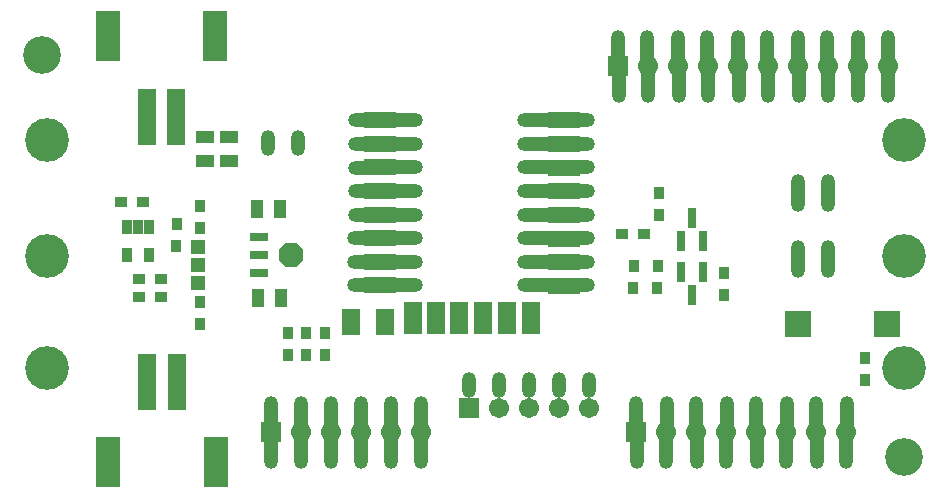
<source format=gts>
%FSLAX44Y44*%
%MOMM*%
G71*
G01*
G75*
G04 Layer_Color=8388736*
%ADD10R,1.3000X2.1000*%
%ADD11O,2.0000X1.0000*%
%ADD12O,4.0000X1.0000*%
%ADD13R,0.6500X0.9000*%
%ADD14R,2.0000X2.0000*%
%ADD15O,1.0000X3.0000*%
%ADD16R,0.9000X0.6500*%
%ADD17R,1.3000X0.9000*%
%ADD18O,1.0000X2.0000*%
%ADD19R,0.9000X1.3000*%
%ADD20R,1.9000X4.0000*%
%ADD21R,1.3000X4.5000*%
%ADD22R,0.6500X1.1000*%
%ADD23R,1.0000X1.0000*%
%ADD24R,0.6000X1.5000*%
%ADD25R,1.4000X0.6000*%
%ADD26P,2.0566X8X112.5*%
%ADD27R,1.3970X2.5400*%
%ADD28R,2.5400X1.1430*%
%ADD29C,0.3000*%
%ADD30C,0.6000*%
%ADD31C,0.4000*%
%ADD32C,0.5000*%
%ADD33C,0.2000*%
%ADD34C,3.0000*%
%ADD35R,1.5000X1.5000*%
%ADD36C,1.5000*%
%ADD37C,3.5000*%
%ADD38C,0.8000*%
%ADD39C,0.7000*%
%ADD40C,1.0000*%
%ADD41C,0.2500*%
%ADD42C,0.1000*%
%ADD43C,0.2540*%
%ADD44C,0.0127*%
%ADD45C,0.1500*%
%ADD46R,1.5032X2.3032*%
%ADD47O,2.2032X1.2032*%
%ADD48O,4.2032X1.2032*%
%ADD49R,0.8532X1.1032*%
%ADD50R,2.2032X2.2032*%
%ADD51O,1.2032X3.2032*%
%ADD52R,1.1032X0.8532*%
%ADD53R,1.5032X1.1032*%
%ADD54O,1.2032X2.2032*%
%ADD55R,1.1032X1.5032*%
%ADD56R,2.1032X4.2032*%
%ADD57R,1.5032X4.7032*%
%ADD58R,0.8532X1.3032*%
%ADD59R,1.2032X1.2032*%
%ADD60R,0.8032X1.7032*%
%ADD61R,1.6032X0.8032*%
%ADD62P,2.2765X8X112.5*%
%ADD63R,1.6002X2.7432*%
%ADD64R,2.7432X1.3462*%
%ADD65C,3.2032*%
%ADD66R,1.7032X1.7032*%
%ADD67C,1.7032*%
%ADD68C,3.7032*%
D46*
X287310Y138900D02*
D03*
X315560D02*
D03*
D47*
X483000Y170000D02*
D03*
Y190000D02*
D03*
Y210000D02*
D03*
Y230000D02*
D03*
Y250000D02*
D03*
Y270000D02*
D03*
Y290000D02*
D03*
X295000Y170000D02*
D03*
Y190000D02*
D03*
Y210000D02*
D03*
X295312Y229796D02*
D03*
Y249796D02*
D03*
Y269796D02*
D03*
Y289984D02*
D03*
X483000Y309812D02*
D03*
X295312Y309796D02*
D03*
D48*
X449000Y170000D02*
D03*
Y190000D02*
D03*
Y210000D02*
D03*
Y230000D02*
D03*
Y250000D02*
D03*
Y270000D02*
D03*
X449134Y289804D02*
D03*
Y309804D02*
D03*
X327000Y170000D02*
D03*
Y190000D02*
D03*
Y210000D02*
D03*
Y230000D02*
D03*
Y250000D02*
D03*
Y270000D02*
D03*
Y290000D02*
D03*
X327044Y309812D02*
D03*
D49*
X722090Y89730D02*
D03*
X722340Y108230D02*
D03*
X603050Y180790D02*
D03*
X602800Y162290D02*
D03*
X546410Y167730D02*
D03*
X546660Y186230D02*
D03*
X526090Y167730D02*
D03*
X526340Y186230D02*
D03*
X265150Y111450D02*
D03*
X265400Y129950D02*
D03*
X248890Y111530D02*
D03*
X249140Y130030D02*
D03*
X233650Y111530D02*
D03*
X233900Y130030D02*
D03*
X547730Y229690D02*
D03*
X547980Y248190D02*
D03*
X139110Y203610D02*
D03*
X139360Y222110D02*
D03*
X159350Y155710D02*
D03*
X159100Y137210D02*
D03*
X159350Y236990D02*
D03*
X159100Y218490D02*
D03*
D50*
X740484Y137160D02*
D03*
X665480D02*
D03*
D51*
X666079Y340600D02*
D03*
X615279D02*
D03*
X690281Y370600D02*
D03*
X639481D02*
D03*
X588681D02*
D03*
X564479Y340600D02*
D03*
X537881Y370600D02*
D03*
X513679Y340600D02*
D03*
X681319Y30720D02*
D03*
X528919D02*
D03*
X554319Y60720D02*
D03*
X579719Y30720D02*
D03*
X605119Y60720D02*
D03*
X630519Y30720D02*
D03*
X655919Y60720D02*
D03*
X345920D02*
D03*
X320520Y30720D02*
D03*
X295120Y60720D02*
D03*
X269720Y30720D02*
D03*
X244320Y60720D02*
D03*
X218920Y30720D02*
D03*
X706719Y60720D02*
D03*
X665600Y192600D02*
D03*
X691000D02*
D03*
X665600Y248000D02*
D03*
X691000D02*
D03*
X553720Y30720D02*
D03*
X604520D02*
D03*
X655320D02*
D03*
X706120D02*
D03*
X244320D02*
D03*
X295120D02*
D03*
X345920D02*
D03*
X538480Y340600D02*
D03*
X589280D02*
D03*
X640080D02*
D03*
X690880D02*
D03*
X716280D02*
D03*
X741680D02*
D03*
Y370600D02*
D03*
X716280D02*
D03*
X665480D02*
D03*
X614680D02*
D03*
X563880D02*
D03*
X513080D02*
D03*
X528320Y60720D02*
D03*
X579120D02*
D03*
X629920D02*
D03*
X680720D02*
D03*
X320520D02*
D03*
X218920D02*
D03*
X269720D02*
D03*
D52*
X534750Y213250D02*
D03*
X516250Y213500D02*
D03*
X126030Y160130D02*
D03*
X107530Y160380D02*
D03*
X126030Y175370D02*
D03*
X107530Y175620D02*
D03*
X110790Y240490D02*
D03*
X92290Y240740D02*
D03*
D53*
X183700Y275810D02*
D03*
Y295310D02*
D03*
X163380Y275810D02*
D03*
Y295310D02*
D03*
D54*
X216560Y291040D02*
D03*
X241960D02*
D03*
X488160Y86040D02*
D03*
X462760D02*
D03*
X437360D02*
D03*
X411960D02*
D03*
X386560D02*
D03*
D55*
X208530Y159460D02*
D03*
X228030D02*
D03*
X207650Y234900D02*
D03*
X227150D02*
D03*
D56*
X172280Y381000D02*
D03*
X81280D02*
D03*
X81720Y20320D02*
D03*
X172720D02*
D03*
D57*
X139280Y313000D02*
D03*
X114280D02*
D03*
X114720Y88320D02*
D03*
X139720D02*
D03*
D58*
X116300Y195600D02*
D03*
X97300D02*
D03*
Y219600D02*
D03*
X106800D02*
D03*
X116300D02*
D03*
D59*
X157600Y202280D02*
D03*
Y187280D02*
D03*
Y172280D02*
D03*
D60*
X585400Y181220D02*
D03*
X566400D02*
D03*
X575900Y162220D02*
D03*
X566400Y207940D02*
D03*
X585400D02*
D03*
X575900Y226940D02*
D03*
D61*
X209240Y210760D02*
D03*
Y195760D02*
D03*
Y180760D02*
D03*
D62*
X236240Y195760D02*
D03*
D63*
X339118Y142276D02*
D03*
X358930D02*
D03*
X378742D02*
D03*
X399062D02*
D03*
X418874D02*
D03*
X439194D02*
D03*
D64*
X311178Y170104D02*
D03*
Y190170D02*
D03*
Y209982D02*
D03*
Y229794D02*
D03*
Y250114D02*
D03*
Y269926D02*
D03*
X467388Y169850D02*
D03*
Y189916D02*
D03*
Y209728D02*
D03*
X467134Y229794D02*
D03*
Y249860D02*
D03*
Y269672D02*
D03*
Y289992D02*
D03*
X311178D02*
D03*
Y309804D02*
D03*
X467134D02*
D03*
D65*
X755000Y25001D02*
D03*
X25000Y365000D02*
D03*
D66*
X218920Y45720D02*
D03*
X386560Y66040D02*
D03*
X528320Y45720D02*
D03*
X513080Y355600D02*
D03*
D67*
X244320Y45720D02*
D03*
X269720D02*
D03*
X295120D02*
D03*
X320520D02*
D03*
X345920D02*
D03*
X488160Y66040D02*
D03*
X462760D02*
D03*
X437360D02*
D03*
X411960D02*
D03*
X706120Y45720D02*
D03*
X680720D02*
D03*
X655320D02*
D03*
X629920D02*
D03*
X604520D02*
D03*
X579120D02*
D03*
X553720D02*
D03*
X538480Y355600D02*
D03*
X589280D02*
D03*
X614680D02*
D03*
X640080D02*
D03*
X665480D02*
D03*
X690880D02*
D03*
X716280D02*
D03*
X741680D02*
D03*
X563880D02*
D03*
D68*
X755170Y195250D02*
D03*
X30000D02*
D03*
Y100000D02*
D03*
X755170D02*
D03*
Y293040D02*
D03*
X30000D02*
D03*
M02*

</source>
